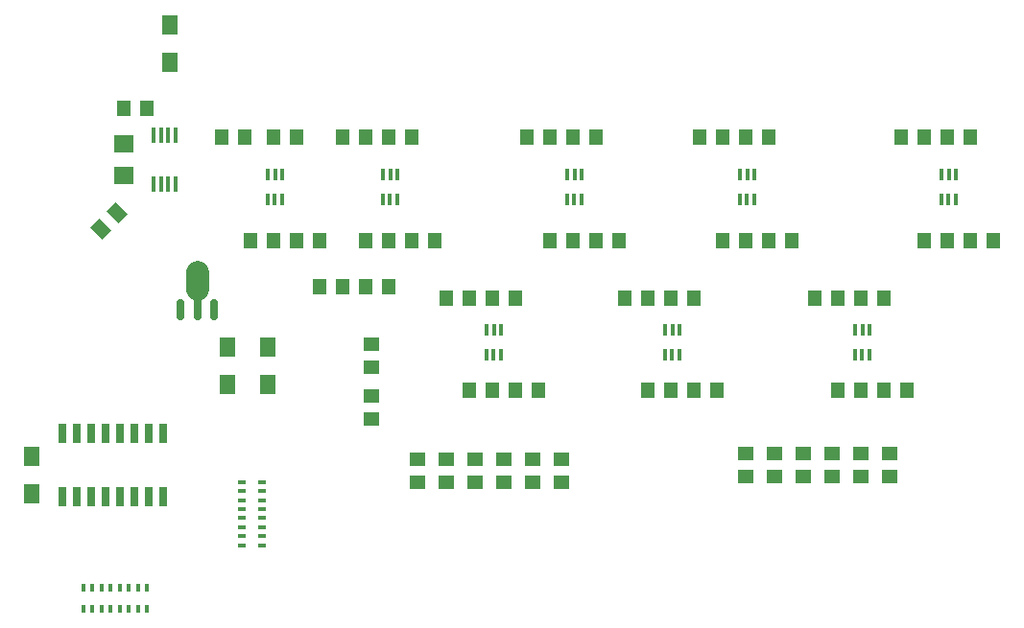
<source format=gtp>
G04 ---------------------------- Layer name :TOP PASTER LAYER*
G04 EasyEDA v5.8.20, Fri, 09 Nov 2018 02:12:10 GMT*
G04 afbeeaa0033d4c789317b0f66a149b2b*
G04 Gerber Generator version 0.2*
G04 Scale: 100 percent, Rotated: No, Reflected: No *
G04 Dimensions in inches *
G04 leading zeros omitted , absolute positions ,2 integer and 4 decimal *
%FSLAX24Y24*%
%MOIN*%
G90*
G70D02*

%ADD13C,0.078740*%
%ADD14C,0.027559*%
%ADD16R,0.016535X0.039370*%
%ADD17R,0.045670X0.057870*%
%ADD18R,0.015748X0.053100*%
%ADD19R,0.070900X0.063000*%
%ADD20R,0.053500X0.071500*%
%ADD21R,0.057870X0.045670*%
%ADD22R,0.025600X0.068900*%
%ADD23R,0.031496X0.017717*%
%ADD24R,0.017717X0.031496*%

%LPD*%
G54D13*
G01X6350Y12688D02*
G01X6350Y13279D01*
G54D14*
G01X6350Y11763D02*
G01X6350Y12314D01*
G01X6940Y11763D02*
G01X6940Y12236D01*
G01X5759Y11763D02*
G01X5759Y12236D01*
G54D16*
G01X8789Y16680D03*
G01X9046Y16680D03*
G01X9302Y16680D03*
G01X9300Y15809D03*
G01X9043Y15809D03*
G01X8788Y15809D03*
G54D17*
G01X8000Y18000D03*
G01X7200Y18000D03*
G01X9800Y18000D03*
G01X9000Y18000D03*
G01X8200Y14400D03*
G01X9000Y14400D03*
G01X9800Y14400D03*
G01X10600Y14400D03*
G54D16*
G01X12789Y16680D03*
G01X13046Y16680D03*
G01X13302Y16680D03*
G01X13300Y15809D03*
G01X13043Y15809D03*
G01X12788Y15809D03*
G54D17*
G01X12200Y18000D03*
G01X11400Y18000D03*
G01X13800Y18000D03*
G01X13000Y18000D03*
G01X12200Y14400D03*
G01X13000Y14400D03*
G01X13800Y14400D03*
G01X14600Y14400D03*
G01X33200Y18000D03*
G01X32400Y18000D03*
G01X31600Y14400D03*
G01X32400Y14400D03*
G01X26200Y18000D03*
G01X25400Y18000D03*
G01X24600Y14400D03*
G01X25400Y14400D03*
G01X23600Y12400D03*
G01X22800Y12400D03*
G01X22000Y9200D03*
G01X22800Y9200D03*
G01X17400Y12400D03*
G01X16600Y12400D03*
G01X15800Y9200D03*
G01X16600Y9200D03*
G01X20200Y18000D03*
G01X19400Y18000D03*
G01X18600Y14400D03*
G01X19400Y14400D03*
G01X30200Y12400D03*
G01X29400Y12400D03*
G01X28600Y9200D03*
G01X29400Y9200D03*
G54D16*
G01X32189Y16680D03*
G01X32446Y16680D03*
G01X32702Y16680D03*
G01X32700Y15809D03*
G01X32443Y15809D03*
G01X32188Y15809D03*
G54D17*
G01X31600Y18000D03*
G01X30800Y18000D03*
G01X33200Y14400D03*
G01X34000Y14400D03*
G54D16*
G01X25189Y16680D03*
G01X25446Y16680D03*
G01X25702Y16680D03*
G01X25700Y15809D03*
G01X25443Y15809D03*
G01X25188Y15809D03*
G54D17*
G01X24600Y18000D03*
G01X23800Y18000D03*
G01X26200Y14400D03*
G01X27000Y14400D03*
G54D16*
G01X22589Y11280D03*
G01X22846Y11280D03*
G01X23102Y11280D03*
G01X23100Y10409D03*
G01X22843Y10409D03*
G01X22588Y10409D03*
G54D17*
G01X22000Y12400D03*
G01X21200Y12400D03*
G01X23600Y9200D03*
G01X24400Y9200D03*
G54D16*
G01X16389Y11280D03*
G01X16646Y11280D03*
G01X16902Y11280D03*
G01X16900Y10409D03*
G01X16643Y10409D03*
G01X16388Y10409D03*
G54D17*
G01X15800Y12400D03*
G01X15000Y12400D03*
G01X17400Y9200D03*
G01X18200Y9200D03*
G54D16*
G01X19189Y16680D03*
G01X19446Y16680D03*
G01X19702Y16680D03*
G01X19700Y15809D03*
G01X19443Y15809D03*
G01X19188Y15809D03*
G54D17*
G01X18600Y18000D03*
G01X17800Y18000D03*
G01X20200Y14400D03*
G01X21000Y14400D03*
G54D16*
G01X29189Y11280D03*
G01X29446Y11280D03*
G01X29702Y11280D03*
G01X29700Y10409D03*
G01X29443Y10409D03*
G01X29188Y10409D03*
G54D17*
G01X28600Y12400D03*
G01X27800Y12400D03*
G01X30200Y9200D03*
G01X31000Y9200D03*
G54D18*
G01X4826Y16355D03*
G01X4826Y18048D03*
G01X5082Y16354D03*
G01X5082Y18048D03*
G01X5338Y16355D03*
G01X5338Y18048D03*
G01X5594Y16354D03*
G01X5594Y18047D03*
G54D19*
G01X3800Y16650D03*
G01X3800Y17750D03*
G54D20*
G01X8810Y9399D03*
G01X8810Y10689D03*
G01X5410Y20599D03*
G01X5410Y21889D03*
G01X7410Y9399D03*
G01X7410Y10689D03*
G54D17*
G01X10600Y12800D03*
G01X11400Y12800D03*
G01X12200Y12800D03*
G01X13000Y12800D03*
G54D21*
G01X12400Y8200D03*
G01X12400Y9000D03*
G01X12400Y10000D03*
G01X12400Y10800D03*
G54D22*
G01X1650Y5497D03*
G01X2150Y5497D03*
G01X2650Y5497D03*
G01X3150Y5497D03*
G01X3650Y5497D03*
G01X4150Y5497D03*
G01X4650Y5497D03*
G01X5150Y5497D03*
G01X5150Y7701D03*
G01X4650Y7701D03*
G01X4150Y7701D03*
G01X3650Y7701D03*
G01X3150Y7701D03*
G01X2650Y7701D03*
G01X2150Y7701D03*
G01X1650Y7701D03*
G54D23*
G01X8599Y5999D03*
G01X8600Y5684D03*
G01X8600Y5369D03*
G01X8600Y5055D03*
G01X8600Y4740D03*
G01X8600Y4425D03*
G01X8600Y4110D03*
G01X8600Y3795D03*
G01X7891Y6000D03*
G01X7891Y5684D03*
G01X7891Y5369D03*
G01X7891Y5055D03*
G01X7891Y4740D03*
G01X7891Y4425D03*
G01X7891Y4110D03*
G01X7891Y3795D03*
G54D20*
G01X610Y5599D03*
G01X610Y6889D03*
G54D21*
G01X25400Y6200D03*
G01X25400Y7000D03*
G01X26400Y6200D03*
G01X26400Y7000D03*
G01X27400Y6200D03*
G01X27400Y7000D03*
G01X28400Y6200D03*
G01X28400Y7000D03*
G01X29400Y6200D03*
G01X29400Y7000D03*
G01X30400Y6200D03*
G01X30400Y7000D03*
G01X14000Y6000D03*
G01X14000Y6800D03*
G01X15000Y6000D03*
G01X15000Y6800D03*
G01X16000Y6000D03*
G01X16000Y6800D03*
G01X17000Y6000D03*
G01X17000Y6800D03*
G01X18000Y6000D03*
G01X18000Y6800D03*
G01X19000Y6000D03*
G01X19000Y6800D03*
G54D24*
G01X4599Y1600D03*
G01X4284Y1600D03*
G01X3970Y1600D03*
G01X3655Y1600D03*
G01X3340Y1600D03*
G01X3025Y1600D03*
G01X2710Y1600D03*
G01X2395Y1600D03*
G01X4600Y2308D03*
G01X4284Y2308D03*
G01X3970Y2308D03*
G01X3655Y2308D03*
G01X3340Y2308D03*
G01X3025Y2308D03*
G01X2710Y2308D03*
G01X2395Y2308D03*
G54D17*
G01X3800Y18999D03*
G01X4600Y18999D03*
G36*
G01X2634Y14843D02*
G01X2956Y15166D01*
G01X3366Y14756D01*
G01X3043Y14433D01*
G01X2634Y14843D01*
G37*
G36*
G01X3199Y15408D02*
G01X3522Y15731D01*
G01X3931Y15322D01*
G01X3608Y14999D01*
G01X3199Y15408D01*
G37*
M00*
M02*

</source>
